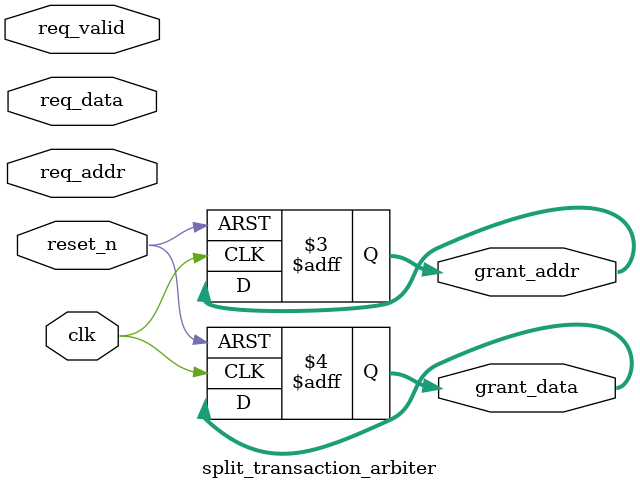
<source format=sv>
module split_transaction_arbiter(
  input clk, reset_n,
  input [7:0] req_addr, req_data,
  input [3:0] req_valid,
  output reg [3:0] grant_addr, grant_data
);
  reg [3:0] addr_phase_active;
  reg [3:0] data_phase_queue;
  
  always @(posedge clk or negedge reset_n) begin
    if (!reset_n) begin
      addr_phase_active <= 4'b0;
      data_phase_queue <= 4'b0;
      grant_addr <= 4'b0;
      grant_data <= 4'b0;
    end else begin
      // Split transaction arbitration logic
      // Address phase arbitration
      // Data phase arbitration
    end
  end
endmodule
</source>
